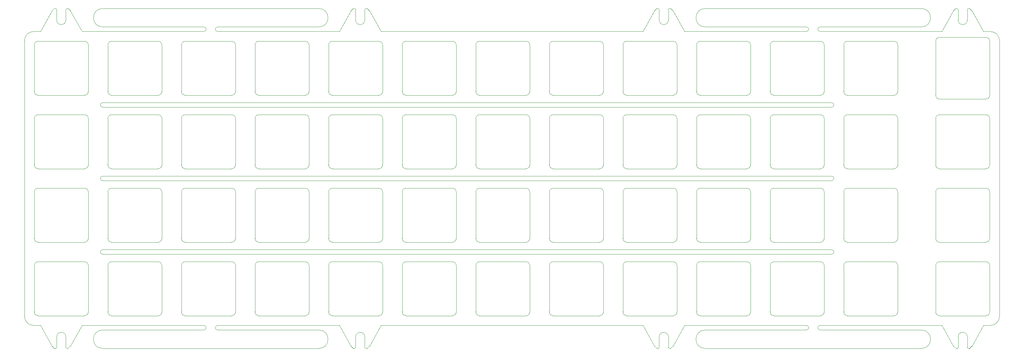
<source format=gbr>
G04 #@! TF.GenerationSoftware,KiCad,Pcbnew,(6.0.1-0)*
G04 #@! TF.CreationDate,2022-04-19T22:41:31-05:00*
G04 #@! TF.ProjectId,plate,706c6174-652e-46b6-9963-61645f706362,rev?*
G04 #@! TF.SameCoordinates,Original*
G04 #@! TF.FileFunction,Profile,NP*
%FSLAX46Y46*%
G04 Gerber Fmt 4.6, Leading zero omitted, Abs format (unit mm)*
G04 Created by KiCad (PCBNEW (6.0.1-0)) date 2022-04-19 22:41:31*
%MOMM*%
%LPD*%
G01*
G04 APERTURE LIST*
G04 #@! TA.AperFunction,Profile*
%ADD10C,0.050000*%
G04 #@! TD*
G04 #@! TA.AperFunction,Profile*
%ADD11C,0.100000*%
G04 #@! TD*
G04 APERTURE END LIST*
D10*
X166687640Y-122634702D02*
X222649686Y-122635374D01*
X166687640Y-117871526D02*
G75*
G03*
X166687640Y-122634702I0J-2381588D01*
G01*
X157461964Y-122634412D02*
X157759533Y-122634534D01*
X154782968Y-119657969D02*
X154783060Y-122336756D01*
X157164220Y-119657969D02*
X157164308Y-122336663D01*
X157164220Y-119657969D02*
G75*
G03*
X154782968Y-119657969I-1190626J0D01*
G01*
X166687640Y-98226645D02*
X355401861Y-98226645D01*
X355401861Y-98226645D02*
G75*
G03*
X355401861Y-97036019I0J595313D01*
G01*
X355401861Y-97036019D02*
X166687640Y-97036019D01*
X166687640Y-97036019D02*
G75*
G03*
X166687640Y-98226645I0J-595313D01*
G01*
X166687640Y-79176629D02*
X355401861Y-79176629D01*
X355401861Y-79176629D02*
G75*
G03*
X355401861Y-77986003I0J595313D01*
G01*
X355401861Y-77986003D02*
X166687640Y-77986003D01*
X166687640Y-77986003D02*
G75*
G03*
X166687640Y-79176629I0J-595313D01*
G01*
X166687640Y-60126613D02*
X355401861Y-60126613D01*
X355401861Y-58935987D02*
X166687640Y-58935987D01*
X355401861Y-60126613D02*
G75*
G03*
X355401861Y-58935987I0J595313D01*
G01*
X166687640Y-58935987D02*
G75*
G03*
X166687640Y-60126613I0J-595313D01*
G01*
X396479634Y-116681404D02*
G75*
G03*
X398860894Y-114300144I0J2381260D01*
G01*
X396479634Y-116681404D02*
X394693747Y-116681516D01*
X398860894Y-42862716D02*
G75*
G03*
X396479634Y-40481456I-2381260J0D01*
G01*
X396479634Y-40481456D02*
X394693747Y-40481452D01*
X306587423Y-40481452D02*
X238721741Y-40481452D01*
X150615417Y-40481452D02*
X148829842Y-40481468D01*
X148829842Y-116681404D02*
X150615417Y-116681404D01*
X238721741Y-116681535D02*
X306587423Y-116681516D01*
X146448582Y-42862728D02*
X146448582Y-114300156D01*
X148829842Y-40481468D02*
G75*
G03*
X146448582Y-42862728I0J-2381260D01*
G01*
X352425296Y-116681348D02*
X383978113Y-116681516D01*
X231875641Y-122634543D02*
G75*
G03*
X232173390Y-122336887I93J297656D01*
G01*
X222649686Y-122635374D02*
G75*
G03*
X222649686Y-117872198I0J2381588D01*
G01*
X352427752Y-39290994D02*
G75*
G03*
X352427752Y-40481620I0J-595313D01*
G01*
X310159301Y-34528322D02*
X310456870Y-34528444D01*
X390526644Y-122336775D02*
G75*
G03*
X390824300Y-122634524I297656J-93D01*
G01*
X386954678Y-122039333D02*
G75*
G03*
X387549991Y-122634646I2381281J1785968D01*
G01*
X313135866Y-37504887D02*
X313135774Y-34826100D01*
X313135954Y-122336775D02*
X313135866Y-119658081D01*
X157163860Y-37504887D02*
X157163768Y-34826100D01*
X352425296Y-116681348D02*
G75*
G03*
X352425296Y-117871974I0J-595313D01*
G01*
X158354486Y-35123635D02*
X161331051Y-40481452D01*
X352425296Y-117871974D02*
X378621692Y-117872310D01*
X230982672Y-122039352D02*
G75*
G03*
X231577985Y-122634665I2381281J1785968D01*
G01*
X154782520Y-34826193D02*
X154782608Y-37504887D01*
X310456957Y-122634524D02*
G75*
G03*
X310754706Y-122336868I93J297656D01*
G01*
X230982672Y-122039352D02*
X228006107Y-116681535D01*
X228006107Y-40481452D02*
X196455746Y-40481620D01*
X383978113Y-40481452D02*
X352427752Y-40481620D01*
X313433523Y-34528444D02*
G75*
G03*
X313135774Y-34826100I-93J-297656D01*
G01*
X146448582Y-114300156D02*
G75*
G03*
X148829842Y-116681416I2381260J0D01*
G01*
X390824213Y-34528444D02*
X391121869Y-34528322D01*
X352427752Y-39290994D02*
X378621524Y-39291330D01*
X378621692Y-122635486D02*
G75*
G03*
X378621692Y-117872310I0J2381588D01*
G01*
X387847647Y-122634524D02*
G75*
G03*
X388145396Y-122336868I93J297656D01*
G01*
X348855874Y-39290994D02*
X322659478Y-39290658D01*
X313731179Y-122634646D02*
X313433610Y-122634524D01*
X388145304Y-37504887D02*
G75*
G03*
X390526556Y-37504887I1190626J0D01*
G01*
X231875641Y-122634543D02*
X231577985Y-122634665D01*
X310754614Y-119658081D02*
X310754706Y-122336868D01*
X390526644Y-122336775D02*
X390526556Y-119658081D01*
X387549991Y-34528322D02*
X387847560Y-34528444D01*
X388145216Y-34826193D02*
X388145304Y-37504887D01*
X222649518Y-39291330D02*
G75*
G03*
X222649518Y-34528154I0J2381588D01*
G01*
X154187295Y-34528322D02*
X154484864Y-34528444D01*
X391717182Y-35123635D02*
X394693747Y-40481452D01*
X378621524Y-39291330D02*
G75*
G03*
X378621524Y-34528154I0J2381588D01*
G01*
X161331051Y-116681404D02*
X192881412Y-116681236D01*
X390824213Y-34528444D02*
G75*
G03*
X390526464Y-34826100I-93J-297656D01*
G01*
X309563988Y-122039333D02*
G75*
G03*
X310159301Y-122634646I2381281J1785968D01*
G01*
X309563988Y-35123635D02*
X306587423Y-40481452D01*
X348855874Y-40481620D02*
G75*
G03*
X348855874Y-39290994I0J595313D01*
G01*
X196453290Y-116681236D02*
G75*
G03*
X196453290Y-117871862I0J-595313D01*
G01*
X313433523Y-34528444D02*
X313731179Y-34528322D01*
X232173210Y-34826193D02*
G75*
G03*
X231875554Y-34528444I-297656J93D01*
G01*
X348853418Y-117871974D02*
G75*
G03*
X348853418Y-116681348I0J595313D01*
G01*
X232173210Y-34826193D02*
X232173298Y-37504887D01*
X153592342Y-122039221D02*
G75*
G03*
X154187655Y-122634534I2381281J1785968D01*
G01*
X234554550Y-119658100D02*
G75*
G03*
X232173298Y-119658100I-1190626J0D01*
G01*
X192881412Y-117871862D02*
G75*
G03*
X192881412Y-116681236I0J595313D01*
G01*
X192883868Y-40481620D02*
X161331051Y-40481452D01*
X388145216Y-34826193D02*
G75*
G03*
X387847560Y-34528444I-297656J93D01*
G01*
X231577985Y-34528322D02*
X231875554Y-34528444D01*
X391717182Y-35123635D02*
G75*
G03*
X391121869Y-34528322I-2381281J-1785968D01*
G01*
X234554550Y-37504887D02*
X234554458Y-34826100D01*
X387549991Y-34528322D02*
G75*
G03*
X386954678Y-35123635I1785968J-2381281D01*
G01*
X317303057Y-116681516D02*
X348853418Y-116681348D01*
X230982672Y-35123635D02*
X228006107Y-40481452D01*
X234852207Y-34528444D02*
X235149863Y-34528322D01*
X154782608Y-37504887D02*
G75*
G03*
X157163860Y-37504887I1190626J0D01*
G01*
X310456957Y-122634524D02*
X310159301Y-122634646D01*
X398860894Y-114300144D02*
X398860894Y-42862716D01*
X314326492Y-35123635D02*
X317303057Y-40481452D01*
X232173298Y-37504887D02*
G75*
G03*
X234554550Y-37504887I1190626J0D01*
G01*
X234852207Y-34528444D02*
G75*
G03*
X234554458Y-34826100I-93J-297656D01*
G01*
X157759533Y-122634534D02*
G75*
G03*
X158354846Y-122039221I-1785968J2381281D01*
G01*
X196455914Y-117871862D02*
X222649686Y-117872198D01*
X158354846Y-122039221D02*
X161331051Y-116681404D01*
X166687472Y-34527482D02*
X222649518Y-34528154D01*
X313135954Y-122336775D02*
G75*
G03*
X313433610Y-122634524I297656J-93D01*
G01*
X196455746Y-39290994D02*
X222649518Y-39291330D01*
X322659646Y-117871638D02*
G75*
G03*
X322659646Y-122634814I0J-2381588D01*
G01*
X314326492Y-35123635D02*
G75*
G03*
X313731179Y-34528322I-2381281J-1785968D01*
G01*
X322659478Y-34527482D02*
X378621524Y-34528154D01*
X313731179Y-122634646D02*
G75*
G03*
X314326492Y-122039333I-1785968J2381281D01*
G01*
X309563988Y-122039333D02*
X306587423Y-116681516D01*
X154187295Y-34528322D02*
G75*
G03*
X153591982Y-35123635I1785968J-2381281D01*
G01*
X386954678Y-122039333D02*
X383978113Y-116681516D01*
X310754526Y-34826193D02*
G75*
G03*
X310456870Y-34528444I-297656J93D01*
G01*
X154485311Y-122634412D02*
G75*
G03*
X154783060Y-122336756I93J297656D01*
G01*
X310159301Y-34528322D02*
G75*
G03*
X309563988Y-35123635I1785968J-2381281D01*
G01*
X391121869Y-122634646D02*
X390824300Y-122634524D01*
X157461517Y-34528444D02*
G75*
G03*
X157163768Y-34826100I-93J-297656D01*
G01*
X388145304Y-119658081D02*
X388145396Y-122336868D01*
X153592342Y-122039221D02*
X150615417Y-116681404D01*
X154485311Y-122634412D02*
X154187655Y-122634534D01*
X235745176Y-35123635D02*
G75*
G03*
X235149863Y-34528322I-2381281J-1785968D01*
G01*
X235745176Y-122039352D02*
X238721741Y-116681535D01*
X391121869Y-122634646D02*
G75*
G03*
X391717182Y-122039333I-1785968J2381281D01*
G01*
X157164308Y-122336663D02*
G75*
G03*
X157461964Y-122634412I297656J-93D01*
G01*
X158354486Y-35123635D02*
G75*
G03*
X157759173Y-34528322I-2381281J-1785968D01*
G01*
X390526556Y-119658081D02*
G75*
G03*
X388145304Y-119658081I-1190626J0D01*
G01*
X231577985Y-34528322D02*
G75*
G03*
X230982672Y-35123635I1785968J-2381281D01*
G01*
X192883868Y-39290994D02*
X166687472Y-39290658D01*
X192883868Y-40481620D02*
G75*
G03*
X192883868Y-39290994I0J595313D01*
G01*
X234554638Y-122336794D02*
X234554550Y-119658100D01*
X391717182Y-122039333D02*
X394693747Y-116681516D01*
X310754614Y-37504887D02*
G75*
G03*
X313135866Y-37504887I1190626J0D01*
G01*
X154782520Y-34826193D02*
G75*
G03*
X154484864Y-34528444I-297656J93D01*
G01*
X322659478Y-34527482D02*
G75*
G03*
X322659478Y-39290658I0J-2381588D01*
G01*
X390526556Y-37504887D02*
X390526464Y-34826100D01*
X386954678Y-35123635D02*
X383978113Y-40481452D01*
X232173298Y-119658100D02*
X232173390Y-122336887D01*
X348853418Y-117871974D02*
X322659646Y-117871638D01*
X348855874Y-40481620D02*
X317303057Y-40481452D01*
X387847647Y-122634524D02*
X387549991Y-122634646D01*
X196455746Y-39290994D02*
G75*
G03*
X196455746Y-40481620I0J-595313D01*
G01*
X313135866Y-119658081D02*
G75*
G03*
X310754614Y-119658081I-1190626J0D01*
G01*
X234554638Y-122336794D02*
G75*
G03*
X234852294Y-122634543I297656J-93D01*
G01*
X153591982Y-35123635D02*
X150615417Y-40481452D01*
X314326492Y-122039333D02*
X317303057Y-116681516D01*
X157461517Y-34528444D02*
X157759173Y-34528322D01*
X310754526Y-34826193D02*
X310754614Y-37504887D01*
X192881412Y-117871862D02*
X166687640Y-117871526D01*
X196453290Y-116681236D02*
X228006107Y-116681404D01*
X235149863Y-122634665D02*
X234852294Y-122634543D01*
X235149863Y-122634665D02*
G75*
G03*
X235745176Y-122039352I-1785968J2381281D01*
G01*
X378621692Y-122635486D02*
X322659646Y-122634814D01*
X235745176Y-35123635D02*
X238721741Y-40481452D01*
X166687472Y-34527482D02*
G75*
G03*
X166687472Y-39290658I0J-2381588D01*
G01*
X148972530Y-56006460D02*
X148972530Y-44006460D01*
X149972530Y-57006460D02*
X161972530Y-57006460D01*
X149972530Y-43006460D02*
X161972530Y-43006460D01*
X162972530Y-44006460D02*
X162972530Y-56006460D01*
X161972530Y-57006460D02*
G75*
G03*
X162972530Y-56006460I1J999999D01*
G01*
X162972530Y-44006460D02*
G75*
G03*
X161972530Y-43006460I-999999J1D01*
G01*
X148972530Y-56006460D02*
G75*
G03*
X149972530Y-57006460I999999J-1D01*
G01*
X149972530Y-43006460D02*
G75*
G03*
X148972530Y-44006460I-1J-999999D01*
G01*
X168022610Y-56006460D02*
X168022610Y-44006460D01*
X169022610Y-43006460D02*
X181022610Y-43006460D01*
X182022610Y-44006460D02*
X182022610Y-56006460D01*
X169022610Y-57006460D02*
X181022610Y-57006460D01*
X182022610Y-44006460D02*
G75*
G03*
X181022610Y-43006460I-999999J1D01*
G01*
X168022610Y-56006460D02*
G75*
G03*
X169022610Y-57006460I999999J-1D01*
G01*
X181022610Y-57006460D02*
G75*
G03*
X182022610Y-56006460I1J999999D01*
G01*
X169022610Y-43006460D02*
G75*
G03*
X168022610Y-44006460I-1J-999999D01*
G01*
X188072690Y-57006460D02*
X200072690Y-57006460D01*
X187072690Y-56006460D02*
X187072690Y-44006460D01*
X201072690Y-44006460D02*
X201072690Y-56006460D01*
X188072690Y-43006460D02*
X200072690Y-43006460D01*
X200072690Y-57006460D02*
G75*
G03*
X201072690Y-56006460I1J999999D01*
G01*
X188072690Y-43006460D02*
G75*
G03*
X187072690Y-44006460I-1J-999999D01*
G01*
X187072690Y-56006460D02*
G75*
G03*
X188072690Y-57006460I999999J-1D01*
G01*
X201072690Y-44006460D02*
G75*
G03*
X200072690Y-43006460I-999999J1D01*
G01*
X206122770Y-56006460D02*
X206122770Y-44006460D01*
X207122770Y-57006460D02*
X219122770Y-57006460D01*
X207122770Y-43006460D02*
X219122770Y-43006460D01*
X220122770Y-44006460D02*
X220122770Y-56006460D01*
X207122770Y-43006460D02*
G75*
G03*
X206122770Y-44006460I-1J-999999D01*
G01*
X219122770Y-57006460D02*
G75*
G03*
X220122770Y-56006460I1J999999D01*
G01*
X220122770Y-44006460D02*
G75*
G03*
X219122770Y-43006460I-999999J1D01*
G01*
X206122770Y-56006460D02*
G75*
G03*
X207122770Y-57006460I999999J-1D01*
G01*
X239172850Y-44006460D02*
X239172850Y-56006460D01*
X225172850Y-56006460D02*
X225172850Y-44006460D01*
X226172850Y-57006460D02*
X238172850Y-57006460D01*
X226172850Y-43006460D02*
X238172850Y-43006460D01*
X226172850Y-43006460D02*
G75*
G03*
X225172850Y-44006460I-1J-999999D01*
G01*
X225172850Y-56006460D02*
G75*
G03*
X226172850Y-57006460I999999J-1D01*
G01*
X239172850Y-44006460D02*
G75*
G03*
X238172850Y-43006460I-999999J1D01*
G01*
X238172850Y-57006460D02*
G75*
G03*
X239172850Y-56006460I1J999999D01*
G01*
X321423250Y-57006460D02*
X333423250Y-57006460D01*
X321423250Y-43006460D02*
X333423250Y-43006460D01*
X334423250Y-44006460D02*
X334423250Y-56006460D01*
X320423250Y-56006460D02*
X320423250Y-44006460D01*
X320423250Y-56006460D02*
G75*
G03*
X321423250Y-57006460I999999J-1D01*
G01*
X321423250Y-43006460D02*
G75*
G03*
X320423250Y-44006460I-1J-999999D01*
G01*
X334423250Y-44006460D02*
G75*
G03*
X333423250Y-43006460I-999999J1D01*
G01*
X333423250Y-57006460D02*
G75*
G03*
X334423250Y-56006460I1J999999D01*
G01*
X339473330Y-56006460D02*
X339473330Y-44006460D01*
X340473330Y-43006460D02*
X352473330Y-43006460D01*
X340473330Y-57006460D02*
X352473330Y-57006460D01*
X353473330Y-44006460D02*
X353473330Y-56006460D01*
X353473330Y-44006460D02*
G75*
G03*
X352473330Y-43006460I-999999J1D01*
G01*
X339473330Y-56006460D02*
G75*
G03*
X340473330Y-57006460I999999J-1D01*
G01*
X352473330Y-57006460D02*
G75*
G03*
X353473330Y-56006460I1J999999D01*
G01*
X340473330Y-43006460D02*
G75*
G03*
X339473330Y-44006460I-1J-999999D01*
G01*
X148972530Y-75056540D02*
X148972530Y-63056540D01*
X149972530Y-76056540D02*
X161972530Y-76056540D01*
X162972530Y-63056540D02*
X162972530Y-75056540D01*
X149972530Y-62056540D02*
X161972530Y-62056540D01*
X161972530Y-76056540D02*
G75*
G03*
X162972530Y-75056540I1J999999D01*
G01*
X149972530Y-62056540D02*
G75*
G03*
X148972530Y-63056540I-1J-999999D01*
G01*
X148972530Y-75056540D02*
G75*
G03*
X149972530Y-76056540I999999J-1D01*
G01*
X162972530Y-63056540D02*
G75*
G03*
X161972530Y-62056540I-999999J1D01*
G01*
X201072690Y-63056540D02*
X201072690Y-75056540D01*
X188072690Y-76056540D02*
X200072690Y-76056540D01*
X188072690Y-62056540D02*
X200072690Y-62056540D01*
X187072690Y-75056540D02*
X187072690Y-63056540D01*
X187072690Y-75056540D02*
G75*
G03*
X188072690Y-76056540I999999J-1D01*
G01*
X201072690Y-63056540D02*
G75*
G03*
X200072690Y-62056540I-999999J1D01*
G01*
X200072690Y-76056540D02*
G75*
G03*
X201072690Y-75056540I1J999999D01*
G01*
X188072690Y-62056540D02*
G75*
G03*
X187072690Y-63056540I-1J-999999D01*
G01*
X239172850Y-63056540D02*
X239172850Y-75056540D01*
X225172850Y-75056540D02*
X225172850Y-63056540D01*
X226172850Y-62056540D02*
X238172850Y-62056540D01*
X226172850Y-76056540D02*
X238172850Y-76056540D01*
X239172850Y-63056540D02*
G75*
G03*
X238172850Y-62056540I-999999J1D01*
G01*
X226172850Y-62056540D02*
G75*
G03*
X225172850Y-63056540I-1J-999999D01*
G01*
X238172850Y-76056540D02*
G75*
G03*
X239172850Y-75056540I1J999999D01*
G01*
X225172850Y-75056540D02*
G75*
G03*
X226172850Y-76056540I999999J-1D01*
G01*
X245222930Y-76056540D02*
X257222930Y-76056540D01*
X258222930Y-63056540D02*
X258222930Y-75056540D01*
X245222930Y-62056540D02*
X257222930Y-62056540D01*
X244222930Y-75056540D02*
X244222930Y-63056540D01*
X244222930Y-75056540D02*
G75*
G03*
X245222930Y-76056540I999999J-1D01*
G01*
X258222930Y-63056540D02*
G75*
G03*
X257222930Y-62056540I-999999J1D01*
G01*
X245222930Y-62056540D02*
G75*
G03*
X244222930Y-63056540I-1J-999999D01*
G01*
X257222930Y-76056540D02*
G75*
G03*
X258222930Y-75056540I1J999999D01*
G01*
X263273010Y-75056540D02*
X263273010Y-63056540D01*
X264273010Y-62056540D02*
X276273010Y-62056540D01*
X264273010Y-76056540D02*
X276273010Y-76056540D01*
X277273010Y-63056540D02*
X277273010Y-75056540D01*
X263273010Y-75056540D02*
G75*
G03*
X264273010Y-76056540I999999J-1D01*
G01*
X264273010Y-62056540D02*
G75*
G03*
X263273010Y-63056540I-1J-999999D01*
G01*
X276273010Y-76056540D02*
G75*
G03*
X277273010Y-75056540I1J999999D01*
G01*
X277273010Y-63056540D02*
G75*
G03*
X276273010Y-62056540I-999999J1D01*
G01*
X296323090Y-63056540D02*
X296323090Y-75056540D01*
X283323090Y-76056540D02*
X295323090Y-76056540D01*
X283323090Y-62056540D02*
X295323090Y-62056540D01*
X282323090Y-75056540D02*
X282323090Y-63056540D01*
X282323090Y-75056540D02*
G75*
G03*
X283323090Y-76056540I999999J-1D01*
G01*
X283323090Y-62056540D02*
G75*
G03*
X282323090Y-63056540I-1J-999999D01*
G01*
X296323090Y-63056540D02*
G75*
G03*
X295323090Y-62056540I-999999J1D01*
G01*
X295323090Y-76056540D02*
G75*
G03*
X296323090Y-75056540I1J999999D01*
G01*
X315373170Y-63056540D02*
X315373170Y-75056540D01*
X301373170Y-75056540D02*
X301373170Y-63056540D01*
X302373170Y-76056540D02*
X314373170Y-76056540D01*
X302373170Y-62056540D02*
X314373170Y-62056540D01*
X302373170Y-62056540D02*
G75*
G03*
X301373170Y-63056540I-1J-999999D01*
G01*
X301373170Y-75056540D02*
G75*
G03*
X302373170Y-76056540I999999J-1D01*
G01*
X314373170Y-76056540D02*
G75*
G03*
X315373170Y-75056540I1J999999D01*
G01*
X315373170Y-63056540D02*
G75*
G03*
X314373170Y-62056540I-999999J1D01*
G01*
X321423250Y-76056540D02*
X333423250Y-76056540D01*
X334423250Y-63056540D02*
X334423250Y-75056540D01*
X321423250Y-62056540D02*
X333423250Y-62056540D01*
X320423250Y-75056540D02*
X320423250Y-63056540D01*
X321423250Y-62056540D02*
G75*
G03*
X320423250Y-63056540I-1J-999999D01*
G01*
X334423250Y-63056540D02*
G75*
G03*
X333423250Y-62056540I-999999J1D01*
G01*
X333423250Y-76056540D02*
G75*
G03*
X334423250Y-75056540I1J999999D01*
G01*
X320423250Y-75056540D02*
G75*
G03*
X321423250Y-76056540I999999J-1D01*
G01*
X340473330Y-62056540D02*
X352473330Y-62056540D01*
X339473330Y-75056540D02*
X339473330Y-63056540D01*
X353473330Y-63056540D02*
X353473330Y-75056540D01*
X340473330Y-76056540D02*
X352473330Y-76056540D01*
X353473330Y-63056540D02*
G75*
G03*
X352473330Y-62056540I-999999J1D01*
G01*
X352473330Y-76056540D02*
G75*
G03*
X353473330Y-75056540I1J999999D01*
G01*
X339473330Y-75056540D02*
G75*
G03*
X340473330Y-76056540I999999J-1D01*
G01*
X340473330Y-62056540D02*
G75*
G03*
X339473330Y-63056540I-1J-999999D01*
G01*
X358523410Y-75056540D02*
X358523410Y-63056540D01*
X359523410Y-76056540D02*
X371523410Y-76056540D01*
X372523410Y-63056540D02*
X372523410Y-75056540D01*
X359523410Y-62056540D02*
X371523410Y-62056540D01*
X358523410Y-75056540D02*
G75*
G03*
X359523410Y-76056540I999999J-1D01*
G01*
X359523410Y-62056540D02*
G75*
G03*
X358523410Y-63056540I-1J-999999D01*
G01*
X372523410Y-63056540D02*
G75*
G03*
X371523410Y-62056540I-999999J1D01*
G01*
X371523410Y-76056540D02*
G75*
G03*
X372523410Y-75056540I1J999999D01*
G01*
X162972530Y-82106620D02*
X162972530Y-94106620D01*
X148972530Y-94106620D02*
X148972530Y-82106620D01*
X149972530Y-81106620D02*
X161972530Y-81106620D01*
X149972530Y-95106620D02*
X161972530Y-95106620D01*
X148972530Y-94106620D02*
G75*
G03*
X149972530Y-95106620I999999J-1D01*
G01*
X162972530Y-82106620D02*
G75*
G03*
X161972530Y-81106620I-999999J1D01*
G01*
X161972530Y-95106620D02*
G75*
G03*
X162972530Y-94106620I1J999999D01*
G01*
X149972530Y-81106620D02*
G75*
G03*
X148972530Y-82106620I-1J-999999D01*
G01*
X169022610Y-81106620D02*
X181022610Y-81106620D01*
X169022610Y-95106620D02*
X181022610Y-95106620D01*
X168022610Y-94106620D02*
X168022610Y-82106620D01*
X182022610Y-82106620D02*
X182022610Y-94106620D01*
X181022610Y-95106620D02*
G75*
G03*
X182022610Y-94106620I1J999999D01*
G01*
X168022610Y-94106620D02*
G75*
G03*
X169022610Y-95106620I999999J-1D01*
G01*
X182022610Y-82106620D02*
G75*
G03*
X181022610Y-81106620I-999999J1D01*
G01*
X169022610Y-81106620D02*
G75*
G03*
X168022610Y-82106620I-1J-999999D01*
G01*
X187072690Y-94106620D02*
X187072690Y-82106620D01*
X201072690Y-82106620D02*
X201072690Y-94106620D01*
X188072690Y-81106620D02*
X200072690Y-81106620D01*
X188072690Y-95106620D02*
X200072690Y-95106620D01*
X187072690Y-94106620D02*
G75*
G03*
X188072690Y-95106620I999999J-1D01*
G01*
X188072690Y-81106620D02*
G75*
G03*
X187072690Y-82106620I-1J-999999D01*
G01*
X201072690Y-82106620D02*
G75*
G03*
X200072690Y-81106620I-999999J1D01*
G01*
X200072690Y-95106620D02*
G75*
G03*
X201072690Y-94106620I1J999999D01*
G01*
X207122770Y-95106620D02*
X219122770Y-95106620D01*
X206122770Y-94106620D02*
X206122770Y-82106620D01*
X220122770Y-82106620D02*
X220122770Y-94106620D01*
X207122770Y-81106620D02*
X219122770Y-81106620D01*
X220122770Y-82106620D02*
G75*
G03*
X219122770Y-81106620I-999999J1D01*
G01*
X219122770Y-95106620D02*
G75*
G03*
X220122770Y-94106620I1J999999D01*
G01*
X206122770Y-94106620D02*
G75*
G03*
X207122770Y-95106620I999999J-1D01*
G01*
X207122770Y-81106620D02*
G75*
G03*
X206122770Y-82106620I-1J-999999D01*
G01*
X226172850Y-81106620D02*
X238172850Y-81106620D01*
X225172850Y-94106620D02*
X225172850Y-82106620D01*
X226172850Y-95106620D02*
X238172850Y-95106620D01*
X239172850Y-82106620D02*
X239172850Y-94106620D01*
X238172850Y-95106620D02*
G75*
G03*
X239172850Y-94106620I1J999999D01*
G01*
X225172850Y-94106620D02*
G75*
G03*
X226172850Y-95106620I999999J-1D01*
G01*
X239172850Y-82106620D02*
G75*
G03*
X238172850Y-81106620I-999999J1D01*
G01*
X226172850Y-81106620D02*
G75*
G03*
X225172850Y-82106620I-1J-999999D01*
G01*
X245222930Y-81106620D02*
X257222930Y-81106620D01*
X245222930Y-95106620D02*
X257222930Y-95106620D01*
X244222930Y-94106620D02*
X244222930Y-82106620D01*
X258222930Y-82106620D02*
X258222930Y-94106620D01*
X258222930Y-82106620D02*
G75*
G03*
X257222930Y-81106620I-999999J1D01*
G01*
X244222930Y-94106620D02*
G75*
G03*
X245222930Y-95106620I999999J-1D01*
G01*
X245222930Y-81106620D02*
G75*
G03*
X244222930Y-82106620I-1J-999999D01*
G01*
X257222930Y-95106620D02*
G75*
G03*
X258222930Y-94106620I1J999999D01*
G01*
X264273010Y-81106620D02*
X276273010Y-81106620D01*
X277273010Y-82106620D02*
X277273010Y-94106620D01*
X263273010Y-94106620D02*
X263273010Y-82106620D01*
X264273010Y-95106620D02*
X276273010Y-95106620D01*
X277273010Y-82106620D02*
G75*
G03*
X276273010Y-81106620I-999999J1D01*
G01*
X263273010Y-94106620D02*
G75*
G03*
X264273010Y-95106620I999999J-1D01*
G01*
X264273010Y-81106620D02*
G75*
G03*
X263273010Y-82106620I-1J-999999D01*
G01*
X276273010Y-95106620D02*
G75*
G03*
X277273010Y-94106620I1J999999D01*
G01*
X282323090Y-94106620D02*
X282323090Y-82106620D01*
X296323090Y-82106620D02*
X296323090Y-94106620D01*
X283323090Y-95106620D02*
X295323090Y-95106620D01*
X283323090Y-81106620D02*
X295323090Y-81106620D01*
X282323090Y-94106620D02*
G75*
G03*
X283323090Y-95106620I999999J-1D01*
G01*
X283323090Y-81106620D02*
G75*
G03*
X282323090Y-82106620I-1J-999999D01*
G01*
X295323090Y-95106620D02*
G75*
G03*
X296323090Y-94106620I1J999999D01*
G01*
X296323090Y-82106620D02*
G75*
G03*
X295323090Y-81106620I-999999J1D01*
G01*
X302373170Y-81106620D02*
X314373170Y-81106620D01*
X302373170Y-95106620D02*
X314373170Y-95106620D01*
X315373170Y-82106620D02*
X315373170Y-94106620D01*
X301373170Y-94106620D02*
X301373170Y-82106620D01*
X302373170Y-81106620D02*
G75*
G03*
X301373170Y-82106620I-1J-999999D01*
G01*
X315373170Y-82106620D02*
G75*
G03*
X314373170Y-81106620I-999999J1D01*
G01*
X301373170Y-94106620D02*
G75*
G03*
X302373170Y-95106620I999999J-1D01*
G01*
X314373170Y-95106620D02*
G75*
G03*
X315373170Y-94106620I1J999999D01*
G01*
X321423250Y-81106620D02*
X333423250Y-81106620D01*
X321423250Y-95106620D02*
X333423250Y-95106620D01*
X320423250Y-94106620D02*
X320423250Y-82106620D01*
X334423250Y-82106620D02*
X334423250Y-94106620D01*
X334423250Y-82106620D02*
G75*
G03*
X333423250Y-81106620I-999999J1D01*
G01*
X321423250Y-81106620D02*
G75*
G03*
X320423250Y-82106620I-1J-999999D01*
G01*
X333423250Y-95106620D02*
G75*
G03*
X334423250Y-94106620I1J999999D01*
G01*
X320423250Y-94106620D02*
G75*
G03*
X321423250Y-95106620I999999J-1D01*
G01*
X353473330Y-82106620D02*
X353473330Y-94106620D01*
X340473330Y-95106620D02*
X352473330Y-95106620D01*
X339473330Y-94106620D02*
X339473330Y-82106620D01*
X340473330Y-81106620D02*
X352473330Y-81106620D01*
X352473330Y-95106620D02*
G75*
G03*
X353473330Y-94106620I1J999999D01*
G01*
X340473330Y-81106620D02*
G75*
G03*
X339473330Y-82106620I-1J-999999D01*
G01*
X353473330Y-82106620D02*
G75*
G03*
X352473330Y-81106620I-999999J1D01*
G01*
X339473330Y-94106620D02*
G75*
G03*
X340473330Y-95106620I999999J-1D01*
G01*
X372523410Y-82106620D02*
X372523410Y-94106620D01*
X358523410Y-94106620D02*
X358523410Y-82106620D01*
X359523410Y-81106620D02*
X371523410Y-81106620D01*
X359523410Y-95106620D02*
X371523410Y-95106620D01*
X371523410Y-95106620D02*
G75*
G03*
X372523410Y-94106620I1J999999D01*
G01*
X359523410Y-81106620D02*
G75*
G03*
X358523410Y-82106620I-1J-999999D01*
G01*
X358523410Y-94106620D02*
G75*
G03*
X359523410Y-95106620I999999J-1D01*
G01*
X372523410Y-82106620D02*
G75*
G03*
X371523410Y-81106620I-999999J1D01*
G01*
X182022610Y-101156700D02*
X182022610Y-113156700D01*
X169022610Y-114156700D02*
X181022610Y-114156700D01*
X169022610Y-100156700D02*
X181022610Y-100156700D01*
X168022610Y-113156700D02*
X168022610Y-101156700D01*
X182022610Y-101156700D02*
G75*
G03*
X181022610Y-100156700I-999999J1D01*
G01*
X169022610Y-100156700D02*
G75*
G03*
X168022610Y-101156700I-1J-999999D01*
G01*
X181022610Y-114156700D02*
G75*
G03*
X182022610Y-113156700I1J999999D01*
G01*
X168022610Y-113156700D02*
G75*
G03*
X169022610Y-114156700I999999J-1D01*
G01*
X187072690Y-113156700D02*
X187072690Y-101156700D01*
X188072690Y-114156700D02*
X200072690Y-114156700D01*
X188072690Y-100156700D02*
X200072690Y-100156700D01*
X201072690Y-101156700D02*
X201072690Y-113156700D01*
X188072690Y-100156700D02*
G75*
G03*
X187072690Y-101156700I-1J-999999D01*
G01*
X187072690Y-113156700D02*
G75*
G03*
X188072690Y-114156700I999999J-1D01*
G01*
X200072690Y-114156700D02*
G75*
G03*
X201072690Y-113156700I1J999999D01*
G01*
X201072690Y-101156700D02*
G75*
G03*
X200072690Y-100156700I-999999J1D01*
G01*
X207122770Y-100156700D02*
X219122770Y-100156700D01*
X206122770Y-113156700D02*
X206122770Y-101156700D01*
X220122770Y-101156700D02*
X220122770Y-113156700D01*
X207122770Y-114156700D02*
X219122770Y-114156700D01*
X219122770Y-114156700D02*
G75*
G03*
X220122770Y-113156700I1J999999D01*
G01*
X207122770Y-100156700D02*
G75*
G03*
X206122770Y-101156700I-1J-999999D01*
G01*
X206122770Y-113156700D02*
G75*
G03*
X207122770Y-114156700I999999J-1D01*
G01*
X220122770Y-101156700D02*
G75*
G03*
X219122770Y-100156700I-999999J1D01*
G01*
X226172850Y-100156700D02*
X238172850Y-100156700D01*
X225172850Y-113156700D02*
X225172850Y-101156700D01*
X226172850Y-114156700D02*
X238172850Y-114156700D01*
X239172850Y-101156700D02*
X239172850Y-113156700D01*
X239172850Y-101156700D02*
G75*
G03*
X238172850Y-100156700I-999999J1D01*
G01*
X225172850Y-113156700D02*
G75*
G03*
X226172850Y-114156700I999999J-1D01*
G01*
X226172850Y-100156700D02*
G75*
G03*
X225172850Y-101156700I-1J-999999D01*
G01*
X238172850Y-114156700D02*
G75*
G03*
X239172850Y-113156700I1J999999D01*
G01*
X245222930Y-100156700D02*
X257222930Y-100156700D01*
X258222930Y-101156700D02*
X258222930Y-113156700D01*
X244222930Y-113156700D02*
X244222930Y-101156700D01*
X245222930Y-114156700D02*
X257222930Y-114156700D01*
X258222930Y-101156700D02*
G75*
G03*
X257222930Y-100156700I-999999J1D01*
G01*
X245222930Y-100156700D02*
G75*
G03*
X244222930Y-101156700I-1J-999999D01*
G01*
X244222930Y-113156700D02*
G75*
G03*
X245222930Y-114156700I999999J-1D01*
G01*
X257222930Y-114156700D02*
G75*
G03*
X258222930Y-113156700I1J999999D01*
G01*
X264273010Y-114156700D02*
X276273010Y-114156700D01*
X263273010Y-113156700D02*
X263273010Y-101156700D01*
X264273010Y-100156700D02*
X276273010Y-100156700D01*
X277273010Y-101156700D02*
X277273010Y-113156700D01*
X263273010Y-113156700D02*
G75*
G03*
X264273010Y-114156700I999999J-1D01*
G01*
X277273010Y-101156700D02*
G75*
G03*
X276273010Y-100156700I-999999J1D01*
G01*
X276273010Y-114156700D02*
G75*
G03*
X277273010Y-113156700I1J999999D01*
G01*
X264273010Y-100156700D02*
G75*
G03*
X263273010Y-101156700I-1J-999999D01*
G01*
X282323090Y-113156700D02*
X282323090Y-101156700D01*
X296323090Y-101156700D02*
X296323090Y-113156700D01*
X283323090Y-114156700D02*
X295323090Y-114156700D01*
X283323090Y-100156700D02*
X295323090Y-100156700D01*
X282323090Y-113156700D02*
G75*
G03*
X283323090Y-114156700I999999J-1D01*
G01*
X295323090Y-114156700D02*
G75*
G03*
X296323090Y-113156700I1J999999D01*
G01*
X296323090Y-101156700D02*
G75*
G03*
X295323090Y-100156700I-999999J1D01*
G01*
X283323090Y-100156700D02*
G75*
G03*
X282323090Y-101156700I-1J-999999D01*
G01*
X302373170Y-100156700D02*
X314373170Y-100156700D01*
X302373170Y-114156700D02*
X314373170Y-114156700D01*
X315373170Y-101156700D02*
X315373170Y-113156700D01*
X301373170Y-113156700D02*
X301373170Y-101156700D01*
X315373170Y-101156700D02*
G75*
G03*
X314373170Y-100156700I-999999J1D01*
G01*
X301373170Y-113156700D02*
G75*
G03*
X302373170Y-114156700I999999J-1D01*
G01*
X314373170Y-114156700D02*
G75*
G03*
X315373170Y-113156700I1J999999D01*
G01*
X302373170Y-100156700D02*
G75*
G03*
X301373170Y-101156700I-1J-999999D01*
G01*
X320423250Y-113156700D02*
X320423250Y-101156700D01*
X334423250Y-101156700D02*
X334423250Y-113156700D01*
X321423250Y-114156700D02*
X333423250Y-114156700D01*
X321423250Y-100156700D02*
X333423250Y-100156700D01*
X333423250Y-114156700D02*
G75*
G03*
X334423250Y-113156700I1J999999D01*
G01*
X321423250Y-100156700D02*
G75*
G03*
X320423250Y-101156700I-1J-999999D01*
G01*
X320423250Y-113156700D02*
G75*
G03*
X321423250Y-114156700I999999J-1D01*
G01*
X334423250Y-101156700D02*
G75*
G03*
X333423250Y-100156700I-999999J1D01*
G01*
X340473330Y-114160000D02*
X352473330Y-114160000D01*
X353473330Y-101160000D02*
X353473330Y-113160000D01*
X340473330Y-100160000D02*
X352473330Y-100160000D01*
X339473330Y-113160000D02*
X339473330Y-101160000D01*
X340473330Y-100160000D02*
G75*
G03*
X339473330Y-101160000I-1J-999999D01*
G01*
X353473330Y-101160000D02*
G75*
G03*
X352473330Y-100160000I-999999J1D01*
G01*
X339473330Y-113160000D02*
G75*
G03*
X340473330Y-114160000I999999J-1D01*
G01*
X352473330Y-114160000D02*
G75*
G03*
X353473330Y-113160000I1J999999D01*
G01*
X359523410Y-100156700D02*
X371523410Y-100156700D01*
X359523410Y-114156700D02*
X371523410Y-114156700D01*
X358523410Y-113156700D02*
X358523410Y-101156700D01*
X372523410Y-101156700D02*
X372523410Y-113156700D01*
X371523410Y-114156700D02*
G75*
G03*
X372523410Y-113156700I1J999999D01*
G01*
X372523410Y-101156700D02*
G75*
G03*
X371523410Y-100156700I-999999J1D01*
G01*
X359523410Y-100156700D02*
G75*
G03*
X358523410Y-101156700I-1J-999999D01*
G01*
X358523410Y-113156700D02*
G75*
G03*
X359523410Y-114156700I999999J-1D01*
G01*
X149972530Y-114156700D02*
X161972530Y-114156700D01*
X149972530Y-100156700D02*
X161972530Y-100156700D01*
X162972530Y-101156700D02*
X162972530Y-113156700D01*
X148972530Y-113156700D02*
X148972530Y-101156700D01*
X162972530Y-101156700D02*
G75*
G03*
X161972530Y-100156700I-999999J1D01*
G01*
X148972530Y-113156700D02*
G75*
G03*
X149972530Y-114156700I999999J-1D01*
G01*
X149972530Y-100156700D02*
G75*
G03*
X148972530Y-101156700I-1J-999999D01*
G01*
X161972530Y-114156700D02*
G75*
G03*
X162972530Y-113156700I1J999999D01*
G01*
X182022610Y-63056540D02*
X182022610Y-75056540D01*
X169022610Y-62056540D02*
X181022610Y-62056540D01*
X169022610Y-76056540D02*
X181022610Y-76056540D01*
X168022610Y-75056540D02*
X168022610Y-63056540D01*
X169022610Y-62056540D02*
G75*
G03*
X168022610Y-63056540I-1J-999999D01*
G01*
X182022610Y-63056540D02*
G75*
G03*
X181022610Y-62056540I-999999J1D01*
G01*
X168022610Y-75056540D02*
G75*
G03*
X169022610Y-76056540I999999J-1D01*
G01*
X181022610Y-76056540D02*
G75*
G03*
X182022610Y-75056540I1J999999D01*
G01*
X382335890Y-94106428D02*
X382335890Y-82106428D01*
X383335890Y-95106428D02*
X395335890Y-95106428D01*
X383335890Y-81106428D02*
X395335890Y-81106428D01*
X396335890Y-82106428D02*
X396335890Y-94106428D01*
X395335890Y-95106428D02*
G75*
G03*
X396335890Y-94106428I1J999999D01*
G01*
X396335890Y-82106428D02*
G75*
G03*
X395335890Y-81106428I-999999J1D01*
G01*
X382335890Y-94106428D02*
G75*
G03*
X383335890Y-95106428I999999J-1D01*
G01*
X383335890Y-81106428D02*
G75*
G03*
X382335890Y-82106428I-1J-999999D01*
G01*
X383335890Y-76056444D02*
X395335890Y-76056444D01*
X396335890Y-63056444D02*
X396335890Y-75056444D01*
X383335890Y-62056444D02*
X395335890Y-62056444D01*
X382335890Y-75056444D02*
X382335890Y-63056444D01*
X395335890Y-76056444D02*
G75*
G03*
X396335890Y-75056444I1J999999D01*
G01*
X383335890Y-62056444D02*
G75*
G03*
X382335890Y-63056444I-1J-999999D01*
G01*
X382335890Y-75056444D02*
G75*
G03*
X383335890Y-76056444I999999J-1D01*
G01*
X396335890Y-63056444D02*
G75*
G03*
X395335890Y-62056444I-999999J1D01*
G01*
D11*
X396336010Y-57006460D02*
X396336010Y-43006460D01*
X395336010Y-42006460D02*
X383336010Y-42006460D01*
X383336010Y-58006460D02*
X395336010Y-58006460D01*
X382336010Y-57006460D02*
X382336010Y-43006460D01*
X396336009Y-56531460D02*
X396336009Y-56531460D01*
X396336010Y-43006460D02*
G75*
G03*
X395336010Y-42006460I-999999J1D01*
G01*
X395336010Y-58006460D02*
G75*
G03*
X396336010Y-57006460I1J999999D01*
G01*
X383336010Y-42006460D02*
G75*
G03*
X382336010Y-43006460I-1J-999999D01*
G01*
X382336010Y-57006460D02*
G75*
G03*
X383336010Y-58006460I999999J-1D01*
G01*
D10*
X358523410Y-56006460D02*
X358523410Y-44006460D01*
X359523410Y-57006460D02*
X371523410Y-57006460D01*
X372523410Y-44006460D02*
X372523410Y-56006460D01*
X359523410Y-43006460D02*
X371523410Y-43006460D01*
X358523410Y-56006460D02*
G75*
G03*
X359523410Y-57006460I999999J-1D01*
G01*
X359523410Y-43006460D02*
G75*
G03*
X358523410Y-44006460I-1J-999999D01*
G01*
X371523410Y-57006460D02*
G75*
G03*
X372523410Y-56006460I1J999999D01*
G01*
X372523410Y-44006460D02*
G75*
G03*
X371523410Y-43006460I-999999J1D01*
G01*
X383336010Y-100156700D02*
X395336010Y-100156700D01*
X383336010Y-114156700D02*
X395336010Y-114156700D01*
X382336010Y-113156700D02*
X382336010Y-101156700D01*
X396336010Y-101156700D02*
X396336010Y-113156700D01*
X382336010Y-113156700D02*
G75*
G03*
X383336010Y-114156700I999999J-1D01*
G01*
X395336010Y-114156700D02*
G75*
G03*
X396336010Y-113156700I1J999999D01*
G01*
X383336010Y-100156700D02*
G75*
G03*
X382336010Y-101156700I-1J-999999D01*
G01*
X396336010Y-101156700D02*
G75*
G03*
X395336010Y-100156700I-999999J1D01*
G01*
X207122770Y-62056540D02*
X219122770Y-62056540D01*
X207122770Y-76056540D02*
X219122770Y-76056540D01*
X206122770Y-75056540D02*
X206122770Y-63056540D01*
X220122770Y-63056540D02*
X220122770Y-75056540D01*
X219122770Y-76056540D02*
G75*
G03*
X220122770Y-75056540I1J999999D01*
G01*
X207122770Y-62056540D02*
G75*
G03*
X206122770Y-63056540I-1J-999999D01*
G01*
X220122770Y-63056540D02*
G75*
G03*
X219122770Y-62056540I-999999J1D01*
G01*
X206122770Y-75056540D02*
G75*
G03*
X207122770Y-76056540I999999J-1D01*
G01*
X245223314Y-43006460D02*
X257223314Y-43006460D01*
X244223314Y-56006460D02*
X244223314Y-44006460D01*
X245223314Y-57006460D02*
X257223314Y-57006460D01*
X258223314Y-44006460D02*
X258223314Y-56006460D01*
X258223314Y-44006460D02*
G75*
G03*
X257223314Y-43006460I-999999J1D01*
G01*
X257223314Y-57006460D02*
G75*
G03*
X258223314Y-56006460I1J999999D01*
G01*
X244223314Y-56006460D02*
G75*
G03*
X245223314Y-57006460I999999J-1D01*
G01*
X245223314Y-43006460D02*
G75*
G03*
X244223314Y-44006460I-1J-999999D01*
G01*
X264273330Y-57006460D02*
X276273330Y-57006460D01*
X277273330Y-44006460D02*
X277273330Y-56006460D01*
X263273330Y-56006460D02*
X263273330Y-44006460D01*
X264273330Y-43006460D02*
X276273330Y-43006460D01*
X276273330Y-57006460D02*
G75*
G03*
X277273330Y-56006460I1J999999D01*
G01*
X264273330Y-43006460D02*
G75*
G03*
X263273330Y-44006460I-1J-999999D01*
G01*
X277273330Y-44006460D02*
G75*
G03*
X276273330Y-43006460I-999999J1D01*
G01*
X263273330Y-56006460D02*
G75*
G03*
X264273330Y-57006460I999999J-1D01*
G01*
X283323346Y-43006460D02*
X295323346Y-43006460D01*
X282323346Y-56006460D02*
X282323346Y-44006460D01*
X296323346Y-44006460D02*
X296323346Y-56006460D01*
X283323346Y-57006460D02*
X295323346Y-57006460D01*
X295323346Y-57006460D02*
G75*
G03*
X296323346Y-56006460I1J999999D01*
G01*
X283323346Y-43006460D02*
G75*
G03*
X282323346Y-44006460I-1J-999999D01*
G01*
X296323346Y-44006460D02*
G75*
G03*
X295323346Y-43006460I-999999J1D01*
G01*
X282323346Y-56006460D02*
G75*
G03*
X283323346Y-57006460I999999J-1D01*
G01*
X302373362Y-43006460D02*
X314373362Y-43006460D01*
X315373362Y-44006460D02*
X315373362Y-56006460D01*
X302373362Y-57006460D02*
X314373362Y-57006460D01*
X301373362Y-56006460D02*
X301373362Y-44006460D01*
X302373362Y-43006460D02*
G75*
G03*
X301373362Y-44006460I-1J-999999D01*
G01*
X315373362Y-44006460D02*
G75*
G03*
X314373362Y-43006460I-999999J1D01*
G01*
X301373362Y-56006460D02*
G75*
G03*
X302373362Y-57006460I999999J-1D01*
G01*
X314373362Y-57006460D02*
G75*
G03*
X315373362Y-56006460I1J999999D01*
G01*
M02*

</source>
